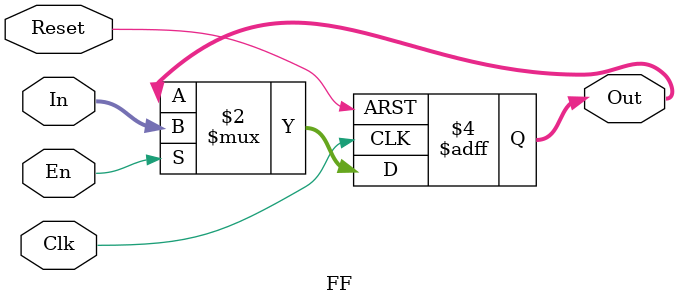
<source format=v>
`timescale 1ns / 1ps
module FF(
	output reg [31:0] Out,
	input wire [31:0] In,
	input wire En,
	input wire Clk,
	input wire Reset
    );
	
	always @(posedge Reset, posedge Clk)
		begin
			if(Reset)
				Out<= 32'h00000000;
		   else if(En)
				Out<= In;
		end

endmodule

</source>
